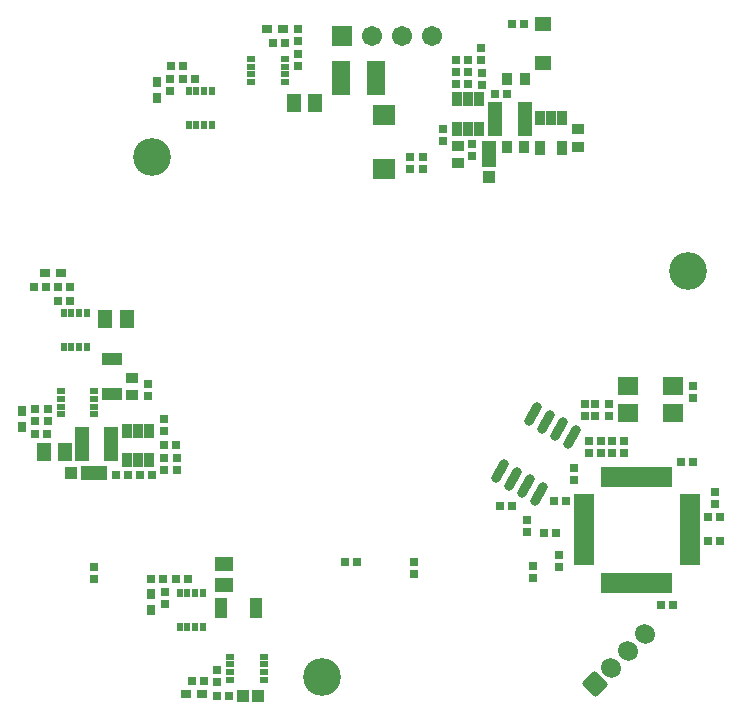
<source format=gts>
G04*
G04 #@! TF.GenerationSoftware,Altium Limited,Altium Designer,19.1.5 (86)*
G04*
G04 Layer_Color=8388736*
%FSLAX25Y25*%
%MOIN*%
G70*
G01*
G75*
%ADD47R,0.02800X0.03800*%
%ADD51R,0.03000X0.03000*%
%ADD52R,0.04000X0.04000*%
%ADD53R,0.03000X0.03000*%
%ADD54R,0.04400X0.06600*%
%ADD55R,0.03800X0.02800*%
%ADD56R,0.02965X0.02178*%
%ADD57R,0.04600X0.06400*%
%ADD58R,0.02178X0.02965*%
%ADD59R,0.06600X0.04400*%
%ADD60R,0.01981X0.06706*%
%ADD61R,0.06706X0.01981*%
%ADD62R,0.08674X0.05131*%
%ADD63R,0.03950X0.03950*%
%ADD64R,0.04737X0.11430*%
%ADD65R,0.04300X0.03800*%
%ADD66R,0.03400X0.05000*%
%ADD67R,0.06400X0.04600*%
%ADD68R,0.05131X0.08674*%
%ADD69R,0.03950X0.03950*%
%ADD70R,0.05918X0.11430*%
%ADD71R,0.05524X0.04737*%
%ADD72R,0.07690X0.06800*%
%ADD73R,0.03800X0.04300*%
%ADD74R,0.03200X0.04800*%
%ADD75R,0.03600X0.04600*%
%ADD76R,0.07099X0.05918*%
G04:AMPARAMS|DCode=77|XSize=31.62mil|YSize=86.74mil|CornerRadius=0mil|HoleSize=0mil|Usage=FLASHONLY|Rotation=330.000|XOffset=0mil|YOffset=0mil|HoleType=Round|Shape=Round|*
%AMOVALD77*
21,1,0.05512,0.03162,0.00000,0.00000,60.0*
1,1,0.03162,-0.01378,-0.02387*
1,1,0.03162,0.01378,0.02387*
%
%ADD77OVALD77*%

G04:AMPARAMS|DCode=78|XSize=31.62mil|YSize=86.74mil|CornerRadius=0mil|HoleSize=0mil|Usage=FLASHONLY|Rotation=330.000|XOffset=0mil|YOffset=0mil|HoleType=Round|Shape=Round|*
%AMOVALD78*
21,1,0.05512,0.03162,0.00000,0.00000,60.0*
1,1,0.03162,-0.01378,-0.02387*
1,1,0.03162,0.01378,0.02387*
%
%ADD78OVALD78*%

%ADD79C,0.06706*%
%ADD80R,0.06706X0.06706*%
G04:AMPARAMS|DCode=81|XSize=63mil|YSize=68mil|CornerRadius=0mil|HoleSize=0mil|Usage=FLASHONLY|Rotation=45.000|XOffset=0mil|YOffset=0mil|HoleType=Round|Shape=Round|*
%AMOVALD81*
21,1,0.00500,0.06300,0.00000,0.00000,135.0*
1,1,0.06300,0.00177,-0.00177*
1,1,0.06300,-0.00177,0.00177*
%
%ADD81OVALD81*%

G04:AMPARAMS|DCode=82|XSize=63mil|YSize=68mil|CornerRadius=10.88mil|HoleSize=0mil|Usage=FLASHONLY|Rotation=45.000|XOffset=0mil|YOffset=0mil|HoleType=Round|Shape=RoundedRectangle|*
%AMROUNDEDRECTD82*
21,1,0.06300,0.04625,0,0,45.0*
21,1,0.04125,0.06800,0,0,45.0*
1,1,0.02175,0.03094,-0.00177*
1,1,0.02175,0.00177,-0.03094*
1,1,0.02175,-0.03094,0.00177*
1,1,0.02175,-0.00177,0.03094*
%
%ADD82ROUNDEDRECTD82*%
%ADD83C,0.12611*%
D47*
X-76700Y95518D02*
D03*
Y90118D02*
D03*
X-121800Y-19500D02*
D03*
Y-14100D02*
D03*
X-78641Y-75121D02*
D03*
Y-80520D02*
D03*
D51*
X48588Y-66000D02*
D03*
Y-70000D02*
D03*
X-97921Y-70320D02*
D03*
Y-66321D02*
D03*
X-29700Y113100D02*
D03*
Y109100D02*
D03*
X-72400Y92400D02*
D03*
Y96400D02*
D03*
X-29700Y100900D02*
D03*
Y104900D02*
D03*
X-117400Y-13600D02*
D03*
Y-17600D02*
D03*
X-113152Y-13633D02*
D03*
Y-17633D02*
D03*
X11900Y66300D02*
D03*
Y70300D02*
D03*
X7500D02*
D03*
Y66300D02*
D03*
X8909Y-64691D02*
D03*
Y-68691D02*
D03*
X46500Y-50700D02*
D03*
Y-54700D02*
D03*
X62100Y-33300D02*
D03*
Y-37300D02*
D03*
X67200Y-24400D02*
D03*
Y-28400D02*
D03*
X71100Y-24400D02*
D03*
Y-28400D02*
D03*
X75000Y-24400D02*
D03*
Y-28400D02*
D03*
X78900Y-28400D02*
D03*
Y-24400D02*
D03*
X57200Y-66100D02*
D03*
Y-62100D02*
D03*
X109400Y-41200D02*
D03*
Y-45200D02*
D03*
X101762Y-5800D02*
D03*
Y-9800D02*
D03*
X-74300Y-33900D02*
D03*
Y-29900D02*
D03*
X-70200Y-33900D02*
D03*
Y-29900D02*
D03*
X-79900Y-9400D02*
D03*
Y-5400D02*
D03*
X-74400Y-16779D02*
D03*
Y-20779D02*
D03*
X-74241Y-78620D02*
D03*
Y-74620D02*
D03*
X-56740Y-100715D02*
D03*
Y-104715D02*
D03*
X73762Y-16000D02*
D03*
Y-12000D02*
D03*
X69400Y-16000D02*
D03*
Y-12000D02*
D03*
X65888Y-16000D02*
D03*
Y-12000D02*
D03*
X31400Y102800D02*
D03*
Y106800D02*
D03*
X31453Y98513D02*
D03*
Y94513D02*
D03*
X28212Y74691D02*
D03*
Y70692D02*
D03*
X18413Y75691D02*
D03*
Y79691D02*
D03*
D52*
X-43000Y-109200D02*
D03*
X-48000D02*
D03*
D53*
X56318Y-54884D02*
D03*
X52318D02*
D03*
X110900Y-57500D02*
D03*
X106900D02*
D03*
X-78400Y-35600D02*
D03*
X-82400D02*
D03*
X-34100Y108400D02*
D03*
X-38100D02*
D03*
X-68100Y100700D02*
D03*
X-72100D02*
D03*
X37412Y-45986D02*
D03*
X41412D02*
D03*
X-64000Y96400D02*
D03*
X-68000D02*
D03*
X-113900Y27100D02*
D03*
X-117900D02*
D03*
X-105621D02*
D03*
X-109621D02*
D03*
X-105621Y22480D02*
D03*
X-109621D02*
D03*
X-113300Y-22000D02*
D03*
X-117300D02*
D03*
X-14000Y-64700D02*
D03*
X-10000D02*
D03*
X55418Y-44086D02*
D03*
X59418D02*
D03*
X97800Y-31100D02*
D03*
X101800D02*
D03*
X95300Y-78900D02*
D03*
X91300D02*
D03*
X-74300Y-25600D02*
D03*
X-70300D02*
D03*
X-90500Y-35600D02*
D03*
X-86500D02*
D03*
X-74641Y-70221D02*
D03*
X-78641D02*
D03*
X-52900Y-109100D02*
D03*
X-56900D02*
D03*
X-65200Y-104200D02*
D03*
X-61200D02*
D03*
X-66341Y-70221D02*
D03*
X-70341D02*
D03*
X110900Y-49500D02*
D03*
X106900D02*
D03*
X45500Y114800D02*
D03*
X41500D02*
D03*
X26913Y102691D02*
D03*
X22913D02*
D03*
X26913Y98691D02*
D03*
X22913D02*
D03*
X26913Y94691D02*
D03*
X22913D02*
D03*
X39953Y91513D02*
D03*
X35953D02*
D03*
D54*
X-55500Y-79800D02*
D03*
X-43700D02*
D03*
D55*
X-40100Y113000D02*
D03*
X-34700D02*
D03*
X-114100Y31600D02*
D03*
X-108700D02*
D03*
X-61700Y-108500D02*
D03*
X-67100D02*
D03*
D56*
X-45421Y95382D02*
D03*
Y97941D02*
D03*
Y100500D02*
D03*
Y103059D02*
D03*
X-34200Y95382D02*
D03*
Y97941D02*
D03*
Y100500D02*
D03*
Y103059D02*
D03*
X-97609Y-7640D02*
D03*
Y-10199D02*
D03*
Y-12758D02*
D03*
Y-15317D02*
D03*
X-108829Y-7640D02*
D03*
Y-10199D02*
D03*
Y-12758D02*
D03*
Y-15317D02*
D03*
X-41040Y-96097D02*
D03*
Y-98656D02*
D03*
Y-101215D02*
D03*
Y-103774D02*
D03*
X-52261Y-96097D02*
D03*
Y-98656D02*
D03*
Y-101215D02*
D03*
Y-103774D02*
D03*
D57*
X-24000Y88500D02*
D03*
X-31200D02*
D03*
X-86800Y16300D02*
D03*
X-94000D02*
D03*
X-107300Y-27900D02*
D03*
X-114500D02*
D03*
D58*
X-58541Y81200D02*
D03*
X-61100D02*
D03*
X-63659D02*
D03*
X-66218D02*
D03*
X-58541Y92421D02*
D03*
X-61100D02*
D03*
X-63659D02*
D03*
X-66218D02*
D03*
X-100162Y7180D02*
D03*
X-102721D02*
D03*
X-105280D02*
D03*
X-107839D02*
D03*
X-100162Y18400D02*
D03*
X-102721D02*
D03*
X-105280D02*
D03*
X-107839D02*
D03*
X-61582Y-86221D02*
D03*
X-64141D02*
D03*
X-66700D02*
D03*
X-69259D02*
D03*
X-61582Y-75000D02*
D03*
X-64141D02*
D03*
X-66700D02*
D03*
X-69259D02*
D03*
D59*
X-91800Y3200D02*
D03*
Y-8600D02*
D03*
D60*
X94027Y-36184D02*
D03*
X92058D02*
D03*
X90090D02*
D03*
X88121D02*
D03*
X86153D02*
D03*
X84184D02*
D03*
X82216D02*
D03*
X80247D02*
D03*
X78279D02*
D03*
X76310D02*
D03*
X74342D02*
D03*
X72373D02*
D03*
Y-71617D02*
D03*
X74342D02*
D03*
X76310D02*
D03*
X78279D02*
D03*
X80247D02*
D03*
X82216D02*
D03*
X84184D02*
D03*
X86153D02*
D03*
X88121D02*
D03*
X90090D02*
D03*
X92058D02*
D03*
X94027D02*
D03*
D61*
X65483Y-43073D02*
D03*
Y-45042D02*
D03*
Y-47010D02*
D03*
Y-48979D02*
D03*
Y-50947D02*
D03*
Y-52916D02*
D03*
Y-54884D02*
D03*
Y-56853D02*
D03*
Y-58821D02*
D03*
Y-60790D02*
D03*
Y-62758D02*
D03*
Y-64727D02*
D03*
X100917D02*
D03*
Y-62758D02*
D03*
Y-60790D02*
D03*
Y-58821D02*
D03*
Y-56853D02*
D03*
Y-54884D02*
D03*
Y-52916D02*
D03*
Y-50947D02*
D03*
Y-48979D02*
D03*
Y-47010D02*
D03*
Y-45042D02*
D03*
Y-43073D02*
D03*
D62*
X-97920Y-34800D02*
D03*
D63*
X-105400D02*
D03*
D64*
X-101821Y-25100D02*
D03*
X-91979D02*
D03*
X45874Y83013D02*
D03*
X36031D02*
D03*
D65*
X-85000Y-8900D02*
D03*
Y-3100D02*
D03*
X63487Y73861D02*
D03*
Y79661D02*
D03*
X23413Y74191D02*
D03*
Y68392D02*
D03*
D66*
X-86740Y-20879D02*
D03*
X-83000Y-20879D02*
D03*
X-79260Y-30721D02*
D03*
X-83000D02*
D03*
X-79260Y-20879D02*
D03*
X-86740Y-30721D02*
D03*
X30653Y79770D02*
D03*
X26913Y79770D02*
D03*
X23172Y89613D02*
D03*
X26913D02*
D03*
X23172Y79770D02*
D03*
X30653Y89613D02*
D03*
D67*
X-54400Y-72400D02*
D03*
Y-65200D02*
D03*
D68*
X33900Y71280D02*
D03*
D69*
Y63800D02*
D03*
D70*
X-3891Y96600D02*
D03*
X-15309D02*
D03*
D71*
X52000Y101611D02*
D03*
Y114800D02*
D03*
D72*
X-1000Y84500D02*
D03*
Y66500D02*
D03*
D73*
X45700Y73700D02*
D03*
X39900D02*
D03*
X45853Y96513D02*
D03*
X40053D02*
D03*
D74*
X54640Y83395D02*
D03*
X50900D02*
D03*
X58380D02*
D03*
D75*
Y73552D02*
D03*
X50900D02*
D03*
D76*
X95243Y-14828D02*
D03*
X80282D02*
D03*
Y-5772D02*
D03*
X95243D02*
D03*
D77*
X61434Y-22767D02*
D03*
D78*
X57104Y-20267D02*
D03*
X52773Y-17767D02*
D03*
X37443Y-34320D02*
D03*
X46104Y-39320D02*
D03*
X50434Y-41820D02*
D03*
X41773Y-36820D02*
D03*
X48443Y-15267D02*
D03*
D79*
X15000Y110900D02*
D03*
X5000D02*
D03*
X-5000D02*
D03*
D80*
X-15000D02*
D03*
D81*
X85815Y-88638D02*
D03*
X74679Y-99773D02*
D03*
X80247Y-94205D02*
D03*
D82*
X69112Y-105341D02*
D03*
D83*
X100161Y32544D02*
D03*
X-21896Y-103014D02*
D03*
X-78264Y70469D02*
D03*
M02*

</source>
